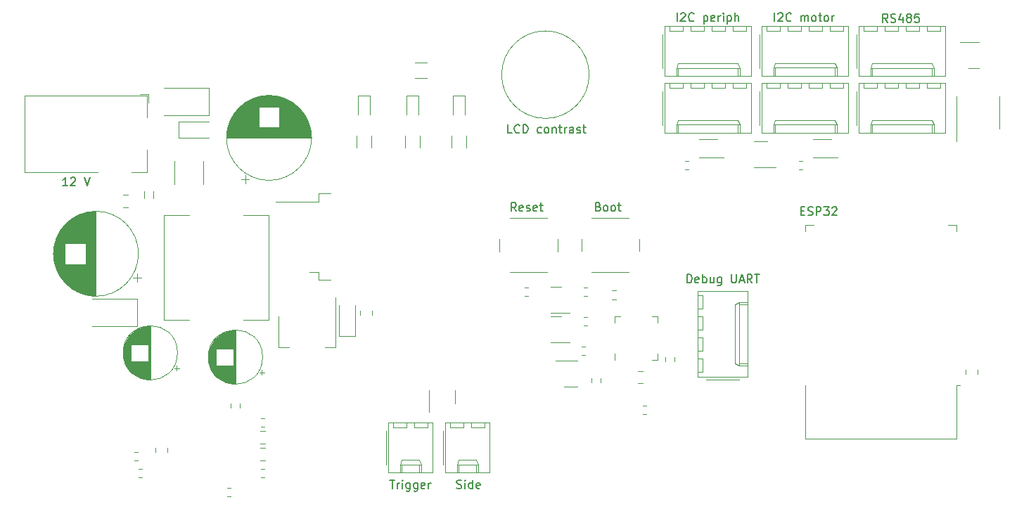
<source format=gbr>
%TF.GenerationSoftware,KiCad,Pcbnew,6.0.11+dfsg-1~bpo11+1*%
%TF.CreationDate,2023-07-11T21:35:55+02:00*%
%TF.ProjectId,main_board,6d61696e-5f62-46f6-9172-642e6b696361,rev?*%
%TF.SameCoordinates,PX3b1adc0PY158f0b0*%
%TF.FileFunction,Legend,Top*%
%TF.FilePolarity,Positive*%
%FSLAX46Y46*%
G04 Gerber Fmt 4.6, Leading zero omitted, Abs format (unit mm)*
G04 Created by KiCad (PCBNEW 6.0.11+dfsg-1~bpo11+1) date 2023-07-11 21:35:55*
%MOMM*%
%LPD*%
G01*
G04 APERTURE LIST*
%ADD10C,0.150000*%
%ADD11C,0.120000*%
G04 APERTURE END LIST*
D10*
X86122142Y-19486571D02*
X86455476Y-19486571D01*
X86598333Y-20010380D02*
X86122142Y-20010380D01*
X86122142Y-19010380D01*
X86598333Y-19010380D01*
X86979285Y-19962761D02*
X87122142Y-20010380D01*
X87360238Y-20010380D01*
X87455476Y-19962761D01*
X87503095Y-19915142D01*
X87550714Y-19819904D01*
X87550714Y-19724666D01*
X87503095Y-19629428D01*
X87455476Y-19581809D01*
X87360238Y-19534190D01*
X87169761Y-19486571D01*
X87074523Y-19438952D01*
X87026904Y-19391333D01*
X86979285Y-19296095D01*
X86979285Y-19200857D01*
X87026904Y-19105619D01*
X87074523Y-19058000D01*
X87169761Y-19010380D01*
X87407857Y-19010380D01*
X87550714Y-19058000D01*
X87979285Y-20010380D02*
X87979285Y-19010380D01*
X88360238Y-19010380D01*
X88455476Y-19058000D01*
X88503095Y-19105619D01*
X88550714Y-19200857D01*
X88550714Y-19343714D01*
X88503095Y-19438952D01*
X88455476Y-19486571D01*
X88360238Y-19534190D01*
X87979285Y-19534190D01*
X88884047Y-19010380D02*
X89503095Y-19010380D01*
X89169761Y-19391333D01*
X89312619Y-19391333D01*
X89407857Y-19438952D01*
X89455476Y-19486571D01*
X89503095Y-19581809D01*
X89503095Y-19819904D01*
X89455476Y-19915142D01*
X89407857Y-19962761D01*
X89312619Y-20010380D01*
X89026904Y-20010380D01*
X88931666Y-19962761D01*
X88884047Y-19915142D01*
X89884047Y-19105619D02*
X89931666Y-19058000D01*
X90026904Y-19010380D01*
X90265000Y-19010380D01*
X90360238Y-19058000D01*
X90407857Y-19105619D01*
X90455476Y-19200857D01*
X90455476Y-19296095D01*
X90407857Y-19438952D01*
X89836428Y-20010380D01*
X90455476Y-20010380D01*
X-2143000Y-16454380D02*
X-2714429Y-16454380D01*
X-2428715Y-16454380D02*
X-2428715Y-15454380D01*
X-2523953Y-15597238D01*
X-2619191Y-15692476D01*
X-2714429Y-15740095D01*
X-1762048Y-15549619D02*
X-1714429Y-15502000D01*
X-1619191Y-15454380D01*
X-1381096Y-15454380D01*
X-1285858Y-15502000D01*
X-1238239Y-15549619D01*
X-1190620Y-15644857D01*
X-1190620Y-15740095D01*
X-1238239Y-15882952D01*
X-1809667Y-16454380D01*
X-1190620Y-16454380D01*
X-143000Y-15454380D02*
X190333Y-16454380D01*
X523666Y-15454380D01*
X71239523Y3357620D02*
X71239523Y4357620D01*
X71668095Y4262381D02*
X71715714Y4310000D01*
X71810952Y4357620D01*
X72049047Y4357620D01*
X72144285Y4310000D01*
X72191904Y4262381D01*
X72239523Y4167143D01*
X72239523Y4071905D01*
X72191904Y3929048D01*
X71620476Y3357620D01*
X72239523Y3357620D01*
X73239523Y3452858D02*
X73191904Y3405239D01*
X73049047Y3357620D01*
X72953809Y3357620D01*
X72810952Y3405239D01*
X72715714Y3500477D01*
X72668095Y3595715D01*
X72620476Y3786191D01*
X72620476Y3929048D01*
X72668095Y4119524D01*
X72715714Y4214762D01*
X72810952Y4310000D01*
X72953809Y4357620D01*
X73049047Y4357620D01*
X73191904Y4310000D01*
X73239523Y4262381D01*
X74430000Y4024286D02*
X74430000Y3024286D01*
X74430000Y3976667D02*
X74525238Y4024286D01*
X74715714Y4024286D01*
X74810952Y3976667D01*
X74858571Y3929048D01*
X74906190Y3833810D01*
X74906190Y3548096D01*
X74858571Y3452858D01*
X74810952Y3405239D01*
X74715714Y3357620D01*
X74525238Y3357620D01*
X74430000Y3405239D01*
X75715714Y3405239D02*
X75620476Y3357620D01*
X75430000Y3357620D01*
X75334761Y3405239D01*
X75287142Y3500477D01*
X75287142Y3881429D01*
X75334761Y3976667D01*
X75430000Y4024286D01*
X75620476Y4024286D01*
X75715714Y3976667D01*
X75763333Y3881429D01*
X75763333Y3786191D01*
X75287142Y3690953D01*
X76191904Y3357620D02*
X76191904Y4024286D01*
X76191904Y3833810D02*
X76239523Y3929048D01*
X76287142Y3976667D01*
X76382380Y4024286D01*
X76477619Y4024286D01*
X76810952Y3357620D02*
X76810952Y4024286D01*
X76810952Y4357620D02*
X76763333Y4310000D01*
X76810952Y4262381D01*
X76858571Y4310000D01*
X76810952Y4357620D01*
X76810952Y4262381D01*
X77287142Y4024286D02*
X77287142Y3024286D01*
X77287142Y3976667D02*
X77382380Y4024286D01*
X77572857Y4024286D01*
X77668095Y3976667D01*
X77715714Y3929048D01*
X77763333Y3833810D01*
X77763333Y3548096D01*
X77715714Y3452858D01*
X77668095Y3405239D01*
X77572857Y3357620D01*
X77382380Y3357620D01*
X77287142Y3405239D01*
X78191904Y3357620D02*
X78191904Y4357620D01*
X78620476Y3357620D02*
X78620476Y3881429D01*
X78572857Y3976667D01*
X78477619Y4024286D01*
X78334761Y4024286D01*
X78239523Y3976667D01*
X78191904Y3929048D01*
X44696238Y-52855761D02*
X44839095Y-52903380D01*
X45077190Y-52903380D01*
X45172428Y-52855761D01*
X45220047Y-52808142D01*
X45267666Y-52712904D01*
X45267666Y-52617666D01*
X45220047Y-52522428D01*
X45172428Y-52474809D01*
X45077190Y-52427190D01*
X44886714Y-52379571D01*
X44791476Y-52331952D01*
X44743857Y-52284333D01*
X44696238Y-52189095D01*
X44696238Y-52093857D01*
X44743857Y-51998619D01*
X44791476Y-51951000D01*
X44886714Y-51903380D01*
X45124809Y-51903380D01*
X45267666Y-51951000D01*
X45696238Y-52903380D02*
X45696238Y-52236714D01*
X45696238Y-51903380D02*
X45648619Y-51951000D01*
X45696238Y-51998619D01*
X45743857Y-51951000D01*
X45696238Y-51903380D01*
X45696238Y-51998619D01*
X46601000Y-52903380D02*
X46601000Y-51903380D01*
X46601000Y-52855761D02*
X46505761Y-52903380D01*
X46315285Y-52903380D01*
X46220047Y-52855761D01*
X46172428Y-52808142D01*
X46124809Y-52712904D01*
X46124809Y-52427190D01*
X46172428Y-52331952D01*
X46220047Y-52284333D01*
X46315285Y-52236714D01*
X46505761Y-52236714D01*
X46601000Y-52284333D01*
X47458142Y-52855761D02*
X47362904Y-52903380D01*
X47172428Y-52903380D01*
X47077190Y-52855761D01*
X47029571Y-52760523D01*
X47029571Y-52379571D01*
X47077190Y-52284333D01*
X47172428Y-52236714D01*
X47362904Y-52236714D01*
X47458142Y-52284333D01*
X47505761Y-52379571D01*
X47505761Y-52474809D01*
X47029571Y-52570047D01*
X61745952Y-18978571D02*
X61888809Y-19026190D01*
X61936428Y-19073809D01*
X61984047Y-19169047D01*
X61984047Y-19311904D01*
X61936428Y-19407142D01*
X61888809Y-19454761D01*
X61793571Y-19502380D01*
X61412619Y-19502380D01*
X61412619Y-18502380D01*
X61745952Y-18502380D01*
X61841190Y-18550000D01*
X61888809Y-18597619D01*
X61936428Y-18692857D01*
X61936428Y-18788095D01*
X61888809Y-18883333D01*
X61841190Y-18930952D01*
X61745952Y-18978571D01*
X61412619Y-18978571D01*
X62555476Y-19502380D02*
X62460238Y-19454761D01*
X62412619Y-19407142D01*
X62365000Y-19311904D01*
X62365000Y-19026190D01*
X62412619Y-18930952D01*
X62460238Y-18883333D01*
X62555476Y-18835714D01*
X62698333Y-18835714D01*
X62793571Y-18883333D01*
X62841190Y-18930952D01*
X62888809Y-19026190D01*
X62888809Y-19311904D01*
X62841190Y-19407142D01*
X62793571Y-19454761D01*
X62698333Y-19502380D01*
X62555476Y-19502380D01*
X63460238Y-19502380D02*
X63365000Y-19454761D01*
X63317380Y-19407142D01*
X63269761Y-19311904D01*
X63269761Y-19026190D01*
X63317380Y-18930952D01*
X63365000Y-18883333D01*
X63460238Y-18835714D01*
X63603095Y-18835714D01*
X63698333Y-18883333D01*
X63745952Y-18930952D01*
X63793571Y-19026190D01*
X63793571Y-19311904D01*
X63745952Y-19407142D01*
X63698333Y-19454761D01*
X63603095Y-19502380D01*
X63460238Y-19502380D01*
X64079285Y-18835714D02*
X64460238Y-18835714D01*
X64222142Y-18502380D02*
X64222142Y-19359523D01*
X64269761Y-19454761D01*
X64365000Y-19502380D01*
X64460238Y-19502380D01*
X51356142Y-10104380D02*
X50879952Y-10104380D01*
X50879952Y-9104380D01*
X52260904Y-10009142D02*
X52213285Y-10056761D01*
X52070428Y-10104380D01*
X51975190Y-10104380D01*
X51832333Y-10056761D01*
X51737095Y-9961523D01*
X51689476Y-9866285D01*
X51641857Y-9675809D01*
X51641857Y-9532952D01*
X51689476Y-9342476D01*
X51737095Y-9247238D01*
X51832333Y-9152000D01*
X51975190Y-9104380D01*
X52070428Y-9104380D01*
X52213285Y-9152000D01*
X52260904Y-9199619D01*
X52689476Y-10104380D02*
X52689476Y-9104380D01*
X52927571Y-9104380D01*
X53070428Y-9152000D01*
X53165666Y-9247238D01*
X53213285Y-9342476D01*
X53260904Y-9532952D01*
X53260904Y-9675809D01*
X53213285Y-9866285D01*
X53165666Y-9961523D01*
X53070428Y-10056761D01*
X52927571Y-10104380D01*
X52689476Y-10104380D01*
X54879952Y-10056761D02*
X54784714Y-10104380D01*
X54594238Y-10104380D01*
X54499000Y-10056761D01*
X54451380Y-10009142D01*
X54403761Y-9913904D01*
X54403761Y-9628190D01*
X54451380Y-9532952D01*
X54499000Y-9485333D01*
X54594238Y-9437714D01*
X54784714Y-9437714D01*
X54879952Y-9485333D01*
X55451380Y-10104380D02*
X55356142Y-10056761D01*
X55308523Y-10009142D01*
X55260904Y-9913904D01*
X55260904Y-9628190D01*
X55308523Y-9532952D01*
X55356142Y-9485333D01*
X55451380Y-9437714D01*
X55594238Y-9437714D01*
X55689476Y-9485333D01*
X55737095Y-9532952D01*
X55784714Y-9628190D01*
X55784714Y-9913904D01*
X55737095Y-10009142D01*
X55689476Y-10056761D01*
X55594238Y-10104380D01*
X55451380Y-10104380D01*
X56213285Y-9437714D02*
X56213285Y-10104380D01*
X56213285Y-9532952D02*
X56260904Y-9485333D01*
X56356142Y-9437714D01*
X56499000Y-9437714D01*
X56594238Y-9485333D01*
X56641857Y-9580571D01*
X56641857Y-10104380D01*
X56975190Y-9437714D02*
X57356142Y-9437714D01*
X57118047Y-9104380D02*
X57118047Y-9961523D01*
X57165666Y-10056761D01*
X57260904Y-10104380D01*
X57356142Y-10104380D01*
X57689476Y-10104380D02*
X57689476Y-9437714D01*
X57689476Y-9628190D02*
X57737095Y-9532952D01*
X57784714Y-9485333D01*
X57879952Y-9437714D01*
X57975190Y-9437714D01*
X58737095Y-10104380D02*
X58737095Y-9580571D01*
X58689476Y-9485333D01*
X58594238Y-9437714D01*
X58403761Y-9437714D01*
X58308523Y-9485333D01*
X58737095Y-10056761D02*
X58641857Y-10104380D01*
X58403761Y-10104380D01*
X58308523Y-10056761D01*
X58260904Y-9961523D01*
X58260904Y-9866285D01*
X58308523Y-9771047D01*
X58403761Y-9723428D01*
X58641857Y-9723428D01*
X58737095Y-9675809D01*
X59165666Y-10056761D02*
X59260904Y-10104380D01*
X59451380Y-10104380D01*
X59546619Y-10056761D01*
X59594238Y-9961523D01*
X59594238Y-9913904D01*
X59546619Y-9818666D01*
X59451380Y-9771047D01*
X59308523Y-9771047D01*
X59213285Y-9723428D01*
X59165666Y-9628190D01*
X59165666Y-9580571D01*
X59213285Y-9485333D01*
X59308523Y-9437714D01*
X59451380Y-9437714D01*
X59546619Y-9485333D01*
X59879952Y-9437714D02*
X60260904Y-9437714D01*
X60022809Y-9104380D02*
X60022809Y-9961523D01*
X60070428Y-10056761D01*
X60165666Y-10104380D01*
X60260904Y-10104380D01*
X72446095Y-28138380D02*
X72446095Y-27138380D01*
X72684190Y-27138380D01*
X72827047Y-27186000D01*
X72922285Y-27281238D01*
X72969904Y-27376476D01*
X73017523Y-27566952D01*
X73017523Y-27709809D01*
X72969904Y-27900285D01*
X72922285Y-27995523D01*
X72827047Y-28090761D01*
X72684190Y-28138380D01*
X72446095Y-28138380D01*
X73827047Y-28090761D02*
X73731809Y-28138380D01*
X73541333Y-28138380D01*
X73446095Y-28090761D01*
X73398476Y-27995523D01*
X73398476Y-27614571D01*
X73446095Y-27519333D01*
X73541333Y-27471714D01*
X73731809Y-27471714D01*
X73827047Y-27519333D01*
X73874666Y-27614571D01*
X73874666Y-27709809D01*
X73398476Y-27805047D01*
X74303238Y-28138380D02*
X74303238Y-27138380D01*
X74303238Y-27519333D02*
X74398476Y-27471714D01*
X74588952Y-27471714D01*
X74684190Y-27519333D01*
X74731809Y-27566952D01*
X74779428Y-27662190D01*
X74779428Y-27947904D01*
X74731809Y-28043142D01*
X74684190Y-28090761D01*
X74588952Y-28138380D01*
X74398476Y-28138380D01*
X74303238Y-28090761D01*
X75636571Y-27471714D02*
X75636571Y-28138380D01*
X75208000Y-27471714D02*
X75208000Y-27995523D01*
X75255619Y-28090761D01*
X75350857Y-28138380D01*
X75493714Y-28138380D01*
X75588952Y-28090761D01*
X75636571Y-28043142D01*
X76541333Y-27471714D02*
X76541333Y-28281238D01*
X76493714Y-28376476D01*
X76446095Y-28424095D01*
X76350857Y-28471714D01*
X76208000Y-28471714D01*
X76112761Y-28424095D01*
X76541333Y-28090761D02*
X76446095Y-28138380D01*
X76255619Y-28138380D01*
X76160380Y-28090761D01*
X76112761Y-28043142D01*
X76065142Y-27947904D01*
X76065142Y-27662190D01*
X76112761Y-27566952D01*
X76160380Y-27519333D01*
X76255619Y-27471714D01*
X76446095Y-27471714D01*
X76541333Y-27519333D01*
X77779428Y-27138380D02*
X77779428Y-27947904D01*
X77827047Y-28043142D01*
X77874666Y-28090761D01*
X77969904Y-28138380D01*
X78160380Y-28138380D01*
X78255619Y-28090761D01*
X78303238Y-28043142D01*
X78350857Y-27947904D01*
X78350857Y-27138380D01*
X78779428Y-27852666D02*
X79255619Y-27852666D01*
X78684190Y-28138380D02*
X79017523Y-27138380D01*
X79350857Y-28138380D01*
X80255619Y-28138380D02*
X79922285Y-27662190D01*
X79684190Y-28138380D02*
X79684190Y-27138380D01*
X80065142Y-27138380D01*
X80160380Y-27186000D01*
X80208000Y-27233619D01*
X80255619Y-27328857D01*
X80255619Y-27471714D01*
X80208000Y-27566952D01*
X80160380Y-27614571D01*
X80065142Y-27662190D01*
X79684190Y-27662190D01*
X80541333Y-27138380D02*
X81112761Y-27138380D01*
X80827047Y-28138380D02*
X80827047Y-27138380D01*
X82963190Y3357620D02*
X82963190Y4357620D01*
X83391761Y4262381D02*
X83439380Y4310000D01*
X83534619Y4357620D01*
X83772714Y4357620D01*
X83867952Y4310000D01*
X83915571Y4262381D01*
X83963190Y4167143D01*
X83963190Y4071905D01*
X83915571Y3929048D01*
X83344142Y3357620D01*
X83963190Y3357620D01*
X84963190Y3452858D02*
X84915571Y3405239D01*
X84772714Y3357620D01*
X84677476Y3357620D01*
X84534619Y3405239D01*
X84439380Y3500477D01*
X84391761Y3595715D01*
X84344142Y3786191D01*
X84344142Y3929048D01*
X84391761Y4119524D01*
X84439380Y4214762D01*
X84534619Y4310000D01*
X84677476Y4357620D01*
X84772714Y4357620D01*
X84915571Y4310000D01*
X84963190Y4262381D01*
X86153666Y3357620D02*
X86153666Y4024286D01*
X86153666Y3929048D02*
X86201285Y3976667D01*
X86296523Y4024286D01*
X86439380Y4024286D01*
X86534619Y3976667D01*
X86582238Y3881429D01*
X86582238Y3357620D01*
X86582238Y3881429D02*
X86629857Y3976667D01*
X86725095Y4024286D01*
X86867952Y4024286D01*
X86963190Y3976667D01*
X87010809Y3881429D01*
X87010809Y3357620D01*
X87629857Y3357620D02*
X87534619Y3405239D01*
X87487000Y3452858D01*
X87439380Y3548096D01*
X87439380Y3833810D01*
X87487000Y3929048D01*
X87534619Y3976667D01*
X87629857Y4024286D01*
X87772714Y4024286D01*
X87867952Y3976667D01*
X87915571Y3929048D01*
X87963190Y3833810D01*
X87963190Y3548096D01*
X87915571Y3452858D01*
X87867952Y3405239D01*
X87772714Y3357620D01*
X87629857Y3357620D01*
X88248904Y4024286D02*
X88629857Y4024286D01*
X88391761Y4357620D02*
X88391761Y3500477D01*
X88439380Y3405239D01*
X88534619Y3357620D01*
X88629857Y3357620D01*
X89106047Y3357620D02*
X89010809Y3405239D01*
X88963190Y3452858D01*
X88915571Y3548096D01*
X88915571Y3833810D01*
X88963190Y3929048D01*
X89010809Y3976667D01*
X89106047Y4024286D01*
X89248904Y4024286D01*
X89344142Y3976667D01*
X89391761Y3929048D01*
X89439380Y3833810D01*
X89439380Y3548096D01*
X89391761Y3452858D01*
X89344142Y3405239D01*
X89248904Y3357620D01*
X89106047Y3357620D01*
X89867952Y3357620D02*
X89867952Y4024286D01*
X89867952Y3833810D02*
X89915571Y3929048D01*
X89963190Y3976667D01*
X90058428Y4024286D01*
X90153666Y4024286D01*
X36639809Y-51903380D02*
X37211238Y-51903380D01*
X36925523Y-52903380D02*
X36925523Y-51903380D01*
X37544571Y-52903380D02*
X37544571Y-52236714D01*
X37544571Y-52427190D02*
X37592190Y-52331952D01*
X37639809Y-52284333D01*
X37735047Y-52236714D01*
X37830285Y-52236714D01*
X38163619Y-52903380D02*
X38163619Y-52236714D01*
X38163619Y-51903380D02*
X38116000Y-51951000D01*
X38163619Y-51998619D01*
X38211238Y-51951000D01*
X38163619Y-51903380D01*
X38163619Y-51998619D01*
X39068380Y-52236714D02*
X39068380Y-53046238D01*
X39020761Y-53141476D01*
X38973142Y-53189095D01*
X38877904Y-53236714D01*
X38735047Y-53236714D01*
X38639809Y-53189095D01*
X39068380Y-52855761D02*
X38973142Y-52903380D01*
X38782666Y-52903380D01*
X38687428Y-52855761D01*
X38639809Y-52808142D01*
X38592190Y-52712904D01*
X38592190Y-52427190D01*
X38639809Y-52331952D01*
X38687428Y-52284333D01*
X38782666Y-52236714D01*
X38973142Y-52236714D01*
X39068380Y-52284333D01*
X39973142Y-52236714D02*
X39973142Y-53046238D01*
X39925523Y-53141476D01*
X39877904Y-53189095D01*
X39782666Y-53236714D01*
X39639809Y-53236714D01*
X39544571Y-53189095D01*
X39973142Y-52855761D02*
X39877904Y-52903380D01*
X39687428Y-52903380D01*
X39592190Y-52855761D01*
X39544571Y-52808142D01*
X39496952Y-52712904D01*
X39496952Y-52427190D01*
X39544571Y-52331952D01*
X39592190Y-52284333D01*
X39687428Y-52236714D01*
X39877904Y-52236714D01*
X39973142Y-52284333D01*
X40830285Y-52855761D02*
X40735047Y-52903380D01*
X40544571Y-52903380D01*
X40449333Y-52855761D01*
X40401714Y-52760523D01*
X40401714Y-52379571D01*
X40449333Y-52284333D01*
X40544571Y-52236714D01*
X40735047Y-52236714D01*
X40830285Y-52284333D01*
X40877904Y-52379571D01*
X40877904Y-52474809D01*
X40401714Y-52570047D01*
X41306476Y-52903380D02*
X41306476Y-52236714D01*
X41306476Y-52427190D02*
X41354095Y-52331952D01*
X41401714Y-52284333D01*
X41496952Y-52236714D01*
X41592190Y-52236714D01*
X96575761Y3230620D02*
X96242428Y3706810D01*
X96004333Y3230620D02*
X96004333Y4230620D01*
X96385285Y4230620D01*
X96480523Y4183000D01*
X96528142Y4135381D01*
X96575761Y4040143D01*
X96575761Y3897286D01*
X96528142Y3802048D01*
X96480523Y3754429D01*
X96385285Y3706810D01*
X96004333Y3706810D01*
X96956714Y3278239D02*
X97099571Y3230620D01*
X97337666Y3230620D01*
X97432904Y3278239D01*
X97480523Y3325858D01*
X97528142Y3421096D01*
X97528142Y3516334D01*
X97480523Y3611572D01*
X97432904Y3659191D01*
X97337666Y3706810D01*
X97147190Y3754429D01*
X97051952Y3802048D01*
X97004333Y3849667D01*
X96956714Y3944905D01*
X96956714Y4040143D01*
X97004333Y4135381D01*
X97051952Y4183000D01*
X97147190Y4230620D01*
X97385285Y4230620D01*
X97528142Y4183000D01*
X98385285Y3897286D02*
X98385285Y3230620D01*
X98147190Y4278239D02*
X97909095Y3563953D01*
X98528142Y3563953D01*
X99051952Y3802048D02*
X98956714Y3849667D01*
X98909095Y3897286D01*
X98861476Y3992524D01*
X98861476Y4040143D01*
X98909095Y4135381D01*
X98956714Y4183000D01*
X99051952Y4230620D01*
X99242428Y4230620D01*
X99337666Y4183000D01*
X99385285Y4135381D01*
X99432904Y4040143D01*
X99432904Y3992524D01*
X99385285Y3897286D01*
X99337666Y3849667D01*
X99242428Y3802048D01*
X99051952Y3802048D01*
X98956714Y3754429D01*
X98909095Y3706810D01*
X98861476Y3611572D01*
X98861476Y3421096D01*
X98909095Y3325858D01*
X98956714Y3278239D01*
X99051952Y3230620D01*
X99242428Y3230620D01*
X99337666Y3278239D01*
X99385285Y3325858D01*
X99432904Y3421096D01*
X99432904Y3611572D01*
X99385285Y3706810D01*
X99337666Y3754429D01*
X99242428Y3802048D01*
X100337666Y4230620D02*
X99861476Y4230620D01*
X99813857Y3754429D01*
X99861476Y3802048D01*
X99956714Y3849667D01*
X100194809Y3849667D01*
X100290047Y3802048D01*
X100337666Y3754429D01*
X100385285Y3659191D01*
X100385285Y3421096D01*
X100337666Y3325858D01*
X100290047Y3278239D01*
X100194809Y3230620D01*
X99956714Y3230620D01*
X99861476Y3278239D01*
X99813857Y3325858D01*
X51847904Y-19502380D02*
X51514571Y-19026190D01*
X51276476Y-19502380D02*
X51276476Y-18502380D01*
X51657428Y-18502380D01*
X51752666Y-18550000D01*
X51800285Y-18597619D01*
X51847904Y-18692857D01*
X51847904Y-18835714D01*
X51800285Y-18930952D01*
X51752666Y-18978571D01*
X51657428Y-19026190D01*
X51276476Y-19026190D01*
X52657428Y-19454761D02*
X52562190Y-19502380D01*
X52371714Y-19502380D01*
X52276476Y-19454761D01*
X52228857Y-19359523D01*
X52228857Y-18978571D01*
X52276476Y-18883333D01*
X52371714Y-18835714D01*
X52562190Y-18835714D01*
X52657428Y-18883333D01*
X52705047Y-18978571D01*
X52705047Y-19073809D01*
X52228857Y-19169047D01*
X53086000Y-19454761D02*
X53181238Y-19502380D01*
X53371714Y-19502380D01*
X53466952Y-19454761D01*
X53514571Y-19359523D01*
X53514571Y-19311904D01*
X53466952Y-19216666D01*
X53371714Y-19169047D01*
X53228857Y-19169047D01*
X53133619Y-19121428D01*
X53086000Y-19026190D01*
X53086000Y-18978571D01*
X53133619Y-18883333D01*
X53228857Y-18835714D01*
X53371714Y-18835714D01*
X53466952Y-18883333D01*
X54324095Y-19454761D02*
X54228857Y-19502380D01*
X54038380Y-19502380D01*
X53943142Y-19454761D01*
X53895523Y-19359523D01*
X53895523Y-18978571D01*
X53943142Y-18883333D01*
X54038380Y-18835714D01*
X54228857Y-18835714D01*
X54324095Y-18883333D01*
X54371714Y-18978571D01*
X54371714Y-19073809D01*
X53895523Y-19169047D01*
X54657428Y-18835714D02*
X55038380Y-18835714D01*
X54800285Y-18502380D02*
X54800285Y-19359523D01*
X54847904Y-19454761D01*
X54943142Y-19502380D01*
X55038380Y-19502380D01*
D11*
%TO.C,R1*%
X41113064Y-1630000D02*
X39658936Y-1630000D01*
X41113064Y-3450000D02*
X39658936Y-3450000D01*
%TO.C,D203*%
X6194000Y-30100000D02*
X794000Y-30100000D01*
X6194000Y-33400000D02*
X794000Y-33400000D01*
X6194000Y-33400000D02*
X6194000Y-30100000D01*
%TO.C,J3*%
X38646000Y-45596000D02*
X38646000Y-44996000D01*
X41186000Y-45596000D02*
X41186000Y-44996000D01*
X38096000Y-49486000D02*
X40136000Y-49486000D01*
X37846000Y-51016000D02*
X37846000Y-50016000D01*
X40136000Y-49486000D02*
X40386000Y-50016000D01*
X37046000Y-45596000D02*
X38646000Y-45596000D01*
X36176000Y-46026000D02*
X36176000Y-50026000D01*
X39586000Y-45596000D02*
X41186000Y-45596000D01*
X41766000Y-51016000D02*
X41766000Y-44996000D01*
X37846000Y-50016000D02*
X38096000Y-49486000D01*
X40386000Y-50016000D02*
X40386000Y-51016000D01*
X39586000Y-44996000D02*
X39586000Y-45596000D01*
X36466000Y-51016000D02*
X41766000Y-51016000D01*
X40136000Y-51016000D02*
X40136000Y-50016000D01*
X37846000Y-50016000D02*
X40386000Y-50016000D01*
X36466000Y-44996000D02*
X36466000Y-51016000D01*
X37046000Y-44996000D02*
X37046000Y-45596000D01*
X41766000Y-44996000D02*
X36466000Y-44996000D01*
X38096000Y-51016000D02*
X38096000Y-50016000D01*
%TO.C,J7*%
X75400000Y-4682000D02*
X77000000Y-4682000D01*
X77000000Y-4682000D02*
X77000000Y-4082000D01*
X69740000Y-10102000D02*
X80120000Y-10102000D01*
X69740000Y-4082000D02*
X69740000Y-10102000D01*
X77940000Y-4082000D02*
X77940000Y-4682000D01*
X70320000Y-4082000D02*
X70320000Y-4682000D01*
X80120000Y-10102000D02*
X80120000Y-4082000D01*
X80120000Y-4082000D02*
X69740000Y-4082000D01*
X71920000Y-4682000D02*
X71920000Y-4082000D01*
X78490000Y-8572000D02*
X78740000Y-9102000D01*
X79540000Y-4682000D02*
X79540000Y-4082000D01*
X78490000Y-10102000D02*
X78490000Y-9102000D01*
X69450000Y-5112000D02*
X69450000Y-9112000D01*
X72860000Y-4682000D02*
X74460000Y-4682000D01*
X70320000Y-4682000D02*
X71920000Y-4682000D01*
X77940000Y-4682000D02*
X79540000Y-4682000D01*
X74460000Y-4682000D02*
X74460000Y-4082000D01*
X71120000Y-10102000D02*
X71120000Y-9102000D01*
X71370000Y-10102000D02*
X71370000Y-9102000D01*
X71370000Y-8572000D02*
X78490000Y-8572000D01*
X71120000Y-9102000D02*
X71370000Y-8572000D01*
X78740000Y-9102000D02*
X78740000Y-10102000D01*
X71120000Y-9102000D02*
X78740000Y-9102000D01*
X72860000Y-4082000D02*
X72860000Y-4682000D01*
X75400000Y-4082000D02*
X75400000Y-4682000D01*
%TO.C,C202*%
X-1821646Y-28688000D02*
X-1821646Y-25879000D01*
X-1861646Y-23397000D02*
X-1861646Y-20618000D01*
X-3661646Y-26016000D02*
X-3661646Y-23260000D01*
X-1541646Y-28885000D02*
X-1541646Y-25879000D01*
X-2541646Y-28030000D02*
X-2541646Y-21246000D01*
X-2141646Y-23397000D02*
X-2141646Y-20849000D01*
X-1781646Y-28718000D02*
X-1781646Y-25879000D01*
X-981646Y-23397000D02*
X-981646Y-20074000D01*
X-2981646Y-27468000D02*
X-2981646Y-21808000D01*
X-741646Y-23397000D02*
X-741646Y-19964000D01*
X-2421646Y-23397000D02*
X-2421646Y-21118000D01*
X-1061646Y-29163000D02*
X-1061646Y-25879000D01*
X-1901646Y-28627000D02*
X-1901646Y-25879000D01*
X-1701646Y-28776000D02*
X-1701646Y-25879000D01*
X-141646Y-29523000D02*
X-141646Y-25879000D01*
X-1621646Y-28832000D02*
X-1621646Y-25879000D01*
X-221646Y-23397000D02*
X-221646Y-19776000D01*
X-2821646Y-27692000D02*
X-2821646Y-21584000D01*
X-741646Y-29312000D02*
X-741646Y-25879000D01*
X-701646Y-23397000D02*
X-701646Y-19948000D01*
X-781646Y-23397000D02*
X-781646Y-19981000D01*
X-1661646Y-23397000D02*
X-1661646Y-20472000D01*
X-2381646Y-23397000D02*
X-2381646Y-21077000D01*
X-3381646Y-26763000D02*
X-3381646Y-22513000D01*
X-3101646Y-27283000D02*
X-3101646Y-21993000D01*
X458354Y-29656000D02*
X458354Y-19620000D01*
X779354Y-29696000D02*
X779354Y-19580000D01*
X-61646Y-23397000D02*
X-61646Y-19731000D01*
X-781646Y-29295000D02*
X-781646Y-25879000D01*
X298354Y-29628000D02*
X298354Y-19648000D01*
X-1101646Y-29142000D02*
X-1101646Y-25879000D01*
X-3741646Y-25700000D02*
X-3741646Y-23576000D01*
X-1061646Y-23397000D02*
X-1061646Y-20113000D01*
X-3461646Y-26582000D02*
X-3461646Y-22694000D01*
X-1501646Y-23397000D02*
X-1501646Y-20365000D01*
X-701646Y-29328000D02*
X-701646Y-25879000D01*
X-381646Y-23397000D02*
X-381646Y-19827000D01*
X939354Y-29708000D02*
X939354Y-19568000D01*
X-3501646Y-26484000D02*
X-3501646Y-22792000D01*
X-1981646Y-28563000D02*
X-1981646Y-25879000D01*
X-301646Y-29475000D02*
X-301646Y-25879000D01*
X1059354Y-29715000D02*
X1059354Y-19561000D01*
X-2461646Y-23397000D02*
X-2461646Y-21160000D01*
X-821646Y-29277000D02*
X-821646Y-25879000D01*
X659354Y-29683000D02*
X659354Y-19593000D01*
X-2621646Y-27939000D02*
X-2621646Y-21337000D01*
X-1021646Y-23397000D02*
X-1021646Y-20093000D01*
X-581646Y-23397000D02*
X-581646Y-19900000D01*
X58354Y-29576000D02*
X58354Y-19700000D01*
X-2301646Y-28278000D02*
X-2301646Y-25879000D01*
X-3021646Y-27408000D02*
X-3021646Y-21868000D01*
X-861646Y-29259000D02*
X-861646Y-25879000D01*
X-1261646Y-23397000D02*
X-1261646Y-20221000D01*
X-461646Y-23397000D02*
X-461646Y-19855000D01*
X-2221646Y-28354000D02*
X-2221646Y-25879000D01*
X-501646Y-29406000D02*
X-501646Y-25879000D01*
X-3581646Y-26268000D02*
X-3581646Y-23008000D01*
X-1341646Y-23397000D02*
X-1341646Y-20267000D01*
X-2021646Y-28530000D02*
X-2021646Y-25879000D01*
X-3421646Y-26675000D02*
X-3421646Y-22601000D01*
X-2061646Y-28496000D02*
X-2061646Y-25879000D01*
X-341646Y-23397000D02*
X-341646Y-19814000D01*
X619354Y-29678000D02*
X619354Y-19598000D01*
X-3261646Y-27003000D02*
X-3261646Y-22273000D01*
X-141646Y-23397000D02*
X-141646Y-19753000D01*
X-3701646Y-25868000D02*
X-3701646Y-23408000D01*
X-2461646Y-28116000D02*
X-2461646Y-25879000D01*
X-1141646Y-29121000D02*
X-1141646Y-25879000D01*
X-901646Y-29241000D02*
X-901646Y-25879000D01*
X-1981646Y-23397000D02*
X-1981646Y-20713000D01*
X-3541646Y-26380000D02*
X-3541646Y-22896000D01*
X-3221646Y-27077000D02*
X-3221646Y-22199000D01*
X-1461646Y-28936000D02*
X-1461646Y-25879000D01*
X-2181646Y-28391000D02*
X-2181646Y-25879000D01*
X-2261646Y-23397000D02*
X-2261646Y-20959000D01*
X-821646Y-23397000D02*
X-821646Y-19999000D01*
X-1901646Y-23397000D02*
X-1901646Y-20649000D01*
X-2581646Y-27985000D02*
X-2581646Y-21291000D01*
X-861646Y-23397000D02*
X-861646Y-20017000D01*
X1099354Y-29716000D02*
X1099354Y-19560000D01*
X1179354Y-29718000D02*
X1179354Y-19558000D01*
X-301646Y-23397000D02*
X-301646Y-19801000D01*
X6239000Y-28013000D02*
X6239000Y-27013000D01*
X1259354Y-29718000D02*
X1259354Y-19558000D01*
X-941646Y-23397000D02*
X-941646Y-20054000D01*
X1219354Y-29718000D02*
X1219354Y-19558000D01*
X-1821646Y-23397000D02*
X-1821646Y-20588000D01*
X-3301646Y-26927000D02*
X-3301646Y-22349000D01*
X-1181646Y-23397000D02*
X-1181646Y-20176000D01*
X-61646Y-29545000D02*
X-61646Y-25879000D01*
X-661646Y-29345000D02*
X-661646Y-25879000D01*
X98354Y-29585000D02*
X98354Y-19691000D01*
X-261646Y-23397000D02*
X-261646Y-19788000D01*
X-1181646Y-29100000D02*
X-1181646Y-25879000D01*
X-1541646Y-23397000D02*
X-1541646Y-20391000D01*
X-2021646Y-23397000D02*
X-2021646Y-20746000D01*
X-1741646Y-23397000D02*
X-1741646Y-20528000D01*
X-2101646Y-23397000D02*
X-2101646Y-20814000D01*
X579354Y-29673000D02*
X579354Y-19603000D01*
X-1581646Y-23397000D02*
X-1581646Y-20417000D01*
X-1581646Y-28859000D02*
X-1581646Y-25879000D01*
X-3341646Y-26847000D02*
X-3341646Y-22429000D01*
X-421646Y-29435000D02*
X-421646Y-25879000D01*
X-2341646Y-23397000D02*
X-2341646Y-21037000D01*
X498354Y-29662000D02*
X498354Y-19614000D01*
X-2661646Y-27892000D02*
X-2661646Y-21384000D01*
X-1381646Y-23397000D02*
X-1381646Y-20291000D01*
X-2341646Y-28239000D02*
X-2341646Y-25879000D01*
X-2901646Y-27583000D02*
X-2901646Y-21693000D01*
X-501646Y-23397000D02*
X-501646Y-19870000D01*
X-2741646Y-27794000D02*
X-2741646Y-21482000D01*
X-1701646Y-23397000D02*
X-1701646Y-20500000D01*
X-2501646Y-28074000D02*
X-2501646Y-21202000D01*
X-2061646Y-23397000D02*
X-2061646Y-20780000D01*
X-221646Y-29500000D02*
X-221646Y-25879000D01*
X-461646Y-29421000D02*
X-461646Y-25879000D01*
X819354Y-29700000D02*
X819354Y-19576000D01*
X1139354Y-29717000D02*
X1139354Y-19559000D01*
X-621646Y-23397000D02*
X-621646Y-19915000D01*
X-3061646Y-27347000D02*
X-3061646Y-21929000D01*
X-1781646Y-23397000D02*
X-1781646Y-20558000D01*
X-661646Y-23397000D02*
X-661646Y-19931000D01*
X-261646Y-29488000D02*
X-261646Y-25879000D01*
X418354Y-29649000D02*
X418354Y-19627000D01*
X-3621646Y-26148000D02*
X-3621646Y-23128000D01*
X-541646Y-29392000D02*
X-541646Y-25879000D01*
X-1941646Y-23397000D02*
X-1941646Y-20681000D01*
X-621646Y-29361000D02*
X-621646Y-25879000D01*
X538354Y-29668000D02*
X538354Y-19608000D01*
X-3181646Y-27148000D02*
X-3181646Y-22128000D01*
X-421646Y-23397000D02*
X-421646Y-19841000D01*
X-3821646Y-25237000D02*
X-3821646Y-24039000D01*
X899354Y-29706000D02*
X899354Y-19570000D01*
X-1141646Y-23397000D02*
X-1141646Y-20155000D01*
X-181646Y-29512000D02*
X-181646Y-25879000D01*
X-1261646Y-29055000D02*
X-1261646Y-25879000D01*
X6739000Y-27513000D02*
X5739000Y-27513000D01*
X-2861646Y-27638000D02*
X-2861646Y-21638000D01*
X-1941646Y-28595000D02*
X-1941646Y-25879000D01*
X138354Y-29594000D02*
X138354Y-19682000D01*
X979354Y-29711000D02*
X979354Y-19565000D01*
X-1621646Y-23397000D02*
X-1621646Y-20444000D01*
X-1421646Y-28961000D02*
X-1421646Y-25879000D01*
X-381646Y-29449000D02*
X-381646Y-25879000D01*
X-1301646Y-29033000D02*
X-1301646Y-25879000D01*
X-2141646Y-28427000D02*
X-2141646Y-25879000D01*
X-1221646Y-23397000D02*
X-1221646Y-20198000D01*
X-1741646Y-28748000D02*
X-1741646Y-25879000D01*
X-2421646Y-28158000D02*
X-2421646Y-25879000D01*
X218354Y-29612000D02*
X218354Y-19664000D01*
X699354Y-29688000D02*
X699354Y-19588000D01*
X-2221646Y-23397000D02*
X-2221646Y-20922000D01*
X-2261646Y-28317000D02*
X-2261646Y-25879000D01*
X-2941646Y-27527000D02*
X-2941646Y-21749000D01*
X-181646Y-23397000D02*
X-181646Y-19764000D01*
X-101646Y-29535000D02*
X-101646Y-25879000D01*
X-941646Y-29222000D02*
X-941646Y-25879000D01*
X-1021646Y-29183000D02*
X-1021646Y-25879000D01*
X-3781646Y-25500000D02*
X-3781646Y-23776000D01*
X-2101646Y-28462000D02*
X-2101646Y-25879000D01*
X-541646Y-23397000D02*
X-541646Y-19884000D01*
X-901646Y-23397000D02*
X-901646Y-20035000D01*
X-1341646Y-29009000D02*
X-1341646Y-25879000D01*
X-2701646Y-27844000D02*
X-2701646Y-21432000D01*
X-981646Y-29202000D02*
X-981646Y-25879000D01*
X-2781646Y-27744000D02*
X-2781646Y-21532000D01*
X378354Y-29642000D02*
X378354Y-19634000D01*
X1019354Y-29713000D02*
X1019354Y-19563000D01*
X-1501646Y-28911000D02*
X-1501646Y-25879000D01*
X-21646Y-29556000D02*
X-21646Y-25879000D01*
X-1381646Y-28985000D02*
X-1381646Y-25879000D01*
X178354Y-29603000D02*
X178354Y-19673000D01*
X258354Y-29620000D02*
X258354Y-19656000D01*
X-1101646Y-23397000D02*
X-1101646Y-20134000D01*
X-2181646Y-23397000D02*
X-2181646Y-20885000D01*
X-341646Y-29462000D02*
X-341646Y-25879000D01*
X-1221646Y-29078000D02*
X-1221646Y-25879000D01*
X739354Y-29692000D02*
X739354Y-19584000D01*
X-581646Y-29376000D02*
X-581646Y-25879000D01*
X-2381646Y-28199000D02*
X-2381646Y-25879000D01*
X-101646Y-23397000D02*
X-101646Y-19741000D01*
X338354Y-29635000D02*
X338354Y-19641000D01*
X-1301646Y-23397000D02*
X-1301646Y-20243000D01*
X-1661646Y-28804000D02*
X-1661646Y-25879000D01*
X-2301646Y-23397000D02*
X-2301646Y-20998000D01*
X18354Y-29566000D02*
X18354Y-19710000D01*
X859354Y-29703000D02*
X859354Y-19573000D01*
X-1421646Y-23397000D02*
X-1421646Y-20315000D01*
X-21646Y-23397000D02*
X-21646Y-19720000D01*
X-1861646Y-28658000D02*
X-1861646Y-25879000D01*
X-3141646Y-27217000D02*
X-3141646Y-22059000D01*
X-1461646Y-23397000D02*
X-1461646Y-20340000D01*
X6379354Y-24638000D02*
G75*
G03*
X6379354Y-24638000I-5120000J0D01*
G01*
%TO.C,C203*%
X5087252Y-19023000D02*
X4564748Y-19023000D01*
X5087252Y-17553000D02*
X4564748Y-17553000D01*
%TO.C,R9*%
X21573258Y-44435500D02*
X21098742Y-44435500D01*
X21573258Y-45480500D02*
X21098742Y-45480500D01*
%TO.C,J1*%
X6558000Y-5418500D02*
X7608000Y-5418500D01*
X7408000Y-5618500D02*
X7408000Y-8218500D01*
X1508000Y-14818500D02*
X-7292000Y-14818500D01*
X7608000Y-6468500D02*
X7608000Y-5418500D01*
X-7292000Y-14818500D02*
X-7292000Y-5618500D01*
X7408000Y-14818500D02*
X5508000Y-14818500D01*
X7408000Y-12118500D02*
X7408000Y-14818500D01*
X-7292000Y-5618500D02*
X7408000Y-5618500D01*
%TO.C,F201*%
X10736000Y-13472748D02*
X10736000Y-16245252D01*
X14156000Y-13472748D02*
X14156000Y-16245252D01*
%TO.C,SW301*%
X66694000Y-24336000D02*
X66694000Y-22836000D01*
X65444000Y-20336000D02*
X60944000Y-20336000D01*
X59694000Y-22836000D02*
X59694000Y-24336000D01*
X60944000Y-26836000D02*
X65444000Y-26836000D01*
%TO.C,R307*%
X63864258Y-30113500D02*
X63389742Y-30113500D01*
X63864258Y-29068500D02*
X63389742Y-29068500D01*
%TO.C,FB201*%
X8180000Y-17126378D02*
X8180000Y-17925622D01*
X7060000Y-17126378D02*
X7060000Y-17925622D01*
%TO.C,R6*%
X85868742Y-14492500D02*
X86343258Y-14492500D01*
X85868742Y-13447500D02*
X86343258Y-13447500D01*
%TO.C,D205*%
X40105000Y-7912000D02*
X40105000Y-5627000D01*
X38635000Y-5627000D02*
X38635000Y-7912000D01*
X40105000Y-5627000D02*
X38635000Y-5627000D01*
%TO.C,J9*%
X82004000Y-4682000D02*
X83604000Y-4682000D01*
X83054000Y-8572000D02*
X90174000Y-8572000D01*
X90424000Y-9102000D02*
X90424000Y-10102000D01*
X82004000Y-4082000D02*
X82004000Y-4682000D01*
X87084000Y-4082000D02*
X87084000Y-4682000D01*
X88684000Y-4682000D02*
X88684000Y-4082000D01*
X84544000Y-4082000D02*
X84544000Y-4682000D01*
X81134000Y-5112000D02*
X81134000Y-9112000D01*
X90174000Y-8572000D02*
X90424000Y-9102000D01*
X91804000Y-10102000D02*
X91804000Y-4082000D01*
X91224000Y-4682000D02*
X91224000Y-4082000D01*
X89624000Y-4682000D02*
X91224000Y-4682000D01*
X90174000Y-10102000D02*
X90174000Y-9102000D01*
X86144000Y-4682000D02*
X86144000Y-4082000D01*
X91804000Y-4082000D02*
X81424000Y-4082000D01*
X89624000Y-4082000D02*
X89624000Y-4682000D01*
X83054000Y-10102000D02*
X83054000Y-9102000D01*
X82804000Y-10102000D02*
X82804000Y-9102000D01*
X82804000Y-9102000D02*
X83054000Y-8572000D01*
X84544000Y-4682000D02*
X86144000Y-4682000D01*
X87084000Y-4682000D02*
X88684000Y-4682000D01*
X81424000Y-4082000D02*
X81424000Y-10102000D01*
X83604000Y-4682000D02*
X83604000Y-4082000D01*
X81424000Y-10102000D02*
X91804000Y-10102000D01*
X82804000Y-9102000D02*
X90424000Y-9102000D01*
%TO.C,U11*%
X81280000Y-11140000D02*
X80480000Y-11140000D01*
X81280000Y-11140000D02*
X82080000Y-11140000D01*
X81280000Y-14260000D02*
X83080000Y-14260000D01*
X81280000Y-14260000D02*
X80480000Y-14260000D01*
%TO.C,R301*%
X70880500Y-37100742D02*
X70880500Y-37575258D01*
X69835500Y-37100742D02*
X69835500Y-37575258D01*
%TO.C,RV1*%
X60641000Y-3073000D02*
G75*
G03*
X60641000Y-3073000I-5270000J0D01*
G01*
%TO.C,Q301*%
X56642000Y-32222000D02*
X57292000Y-32222000D01*
X56642000Y-35342000D02*
X58317000Y-35342000D01*
X56642000Y-35342000D02*
X55992000Y-35342000D01*
X56642000Y-32222000D02*
X55992000Y-32222000D01*
%TO.C,D206*%
X30486000Y-34538000D02*
X32506000Y-34538000D01*
X30486000Y-34538000D02*
X30486000Y-30858000D01*
X32506000Y-34538000D02*
X32506000Y-30858000D01*
%TO.C,J4*%
X46994000Y-51016000D02*
X46994000Y-50016000D01*
X45504000Y-45596000D02*
X45504000Y-44996000D01*
X48624000Y-51016000D02*
X48624000Y-44996000D01*
X43324000Y-44996000D02*
X43324000Y-51016000D01*
X44704000Y-51016000D02*
X44704000Y-50016000D01*
X48044000Y-45596000D02*
X48044000Y-44996000D01*
X46994000Y-49486000D02*
X47244000Y-50016000D01*
X43324000Y-51016000D02*
X48624000Y-51016000D01*
X47244000Y-50016000D02*
X47244000Y-51016000D01*
X46444000Y-44996000D02*
X46444000Y-45596000D01*
X43034000Y-46026000D02*
X43034000Y-50026000D01*
X43904000Y-44996000D02*
X43904000Y-45596000D01*
X44704000Y-50016000D02*
X47244000Y-50016000D01*
X44954000Y-49486000D02*
X46994000Y-49486000D01*
X43904000Y-45596000D02*
X45504000Y-45596000D01*
X44704000Y-50016000D02*
X44954000Y-49486000D01*
X44954000Y-51016000D02*
X44954000Y-50016000D01*
X46444000Y-45596000D02*
X48044000Y-45596000D01*
X48624000Y-44996000D02*
X43324000Y-44996000D01*
%TO.C,R304*%
X59960742Y-33288500D02*
X60435258Y-33288500D01*
X59960742Y-32243500D02*
X60435258Y-32243500D01*
%TO.C,R12*%
X17511500Y-42688742D02*
X17511500Y-43163258D01*
X18556500Y-42688742D02*
X18556500Y-43163258D01*
%TO.C,C12*%
X21597252Y-47471000D02*
X21074748Y-47471000D01*
X21597252Y-46001000D02*
X21074748Y-46001000D01*
%TO.C,U9*%
X44486000Y-41910000D02*
X44486000Y-42710000D01*
X44486000Y-41910000D02*
X44486000Y-41110000D01*
X41366000Y-41910000D02*
X41366000Y-41110000D01*
X41366000Y-41910000D02*
X41366000Y-43710000D01*
%TO.C,U202*%
X23260000Y-35946000D02*
X24520000Y-35946000D01*
X23260000Y-32186000D02*
X23260000Y-35946000D01*
X30080000Y-29936000D02*
X30080000Y-35946000D01*
X30080000Y-35946000D02*
X28820000Y-35946000D01*
%TO.C,R5*%
X72152742Y-13447500D02*
X72627258Y-13447500D01*
X72152742Y-14492500D02*
X72627258Y-14492500D01*
%TO.C,C4*%
X105945000Y-38600748D02*
X105945000Y-39123252D01*
X107415000Y-38600748D02*
X107415000Y-39123252D01*
%TO.C,D204*%
X32793000Y-5627000D02*
X32793000Y-7912000D01*
X34263000Y-7912000D02*
X34263000Y-5627000D01*
X34263000Y-5627000D02*
X32793000Y-5627000D01*
%TO.C,U8*%
X110002000Y-7620000D02*
X110002000Y-5670000D01*
X104882000Y-7620000D02*
X104882000Y-11070000D01*
X110002000Y-7620000D02*
X110002000Y-9570000D01*
X104882000Y-7620000D02*
X104882000Y-5670000D01*
%TO.C,R13*%
X6333258Y-48499500D02*
X5858742Y-48499500D01*
X6333258Y-49544500D02*
X5858742Y-49544500D01*
%TO.C,R303*%
X59960742Y-29732500D02*
X60435258Y-29732500D01*
X59960742Y-28687500D02*
X60435258Y-28687500D01*
%TO.C,U4*%
X73830000Y-10838000D02*
X76030000Y-10838000D01*
X73830000Y-13038000D02*
X76830000Y-13038000D01*
%TO.C,R14*%
X6366742Y-51576500D02*
X6841258Y-51576500D01*
X6366742Y-50531500D02*
X6841258Y-50531500D01*
%TO.C,U5*%
X87546000Y-13038000D02*
X90546000Y-13038000D01*
X87546000Y-10838000D02*
X89746000Y-10838000D01*
%TO.C,R308*%
X60181258Y-35799500D02*
X59706742Y-35799500D01*
X60181258Y-36844500D02*
X59706742Y-36844500D01*
%TO.C,U301*%
X58420000Y-40676000D02*
X59220000Y-40676000D01*
X58420000Y-37556000D02*
X56620000Y-37556000D01*
X58420000Y-37556000D02*
X59220000Y-37556000D01*
X58420000Y-40676000D02*
X57620000Y-40676000D01*
%TO.C,C13*%
X21597252Y-48033000D02*
X21074748Y-48033000D01*
X21597252Y-49503000D02*
X21074748Y-49503000D01*
%TO.C,J10*%
X82004000Y2176000D02*
X83604000Y2176000D01*
X91224000Y2176000D02*
X91224000Y2776000D01*
X82804000Y-2244000D02*
X90424000Y-2244000D01*
X81424000Y2776000D02*
X81424000Y-3244000D01*
X89624000Y2176000D02*
X91224000Y2176000D01*
X82004000Y2776000D02*
X82004000Y2176000D01*
X86144000Y2176000D02*
X86144000Y2776000D01*
X90424000Y-2244000D02*
X90424000Y-3244000D01*
X90174000Y-1714000D02*
X90424000Y-2244000D01*
X90174000Y-3244000D02*
X90174000Y-2244000D01*
X87084000Y2776000D02*
X87084000Y2176000D01*
X91804000Y2776000D02*
X81424000Y2776000D01*
X88684000Y2176000D02*
X88684000Y2776000D01*
X83604000Y2176000D02*
X83604000Y2776000D01*
X81134000Y1746000D02*
X81134000Y-2254000D01*
X91804000Y-3244000D02*
X91804000Y2776000D01*
X82804000Y-3244000D02*
X82804000Y-2244000D01*
X83054000Y-1714000D02*
X90174000Y-1714000D01*
X82804000Y-2244000D02*
X83054000Y-1714000D01*
X87084000Y2176000D02*
X88684000Y2176000D01*
X83054000Y-3244000D02*
X83054000Y-2244000D01*
X81424000Y-3244000D02*
X91804000Y-3244000D01*
X89624000Y2776000D02*
X89624000Y2176000D01*
X84544000Y2776000D02*
X84544000Y2176000D01*
X84544000Y2176000D02*
X86144000Y2176000D01*
%TO.C,C301*%
X67063252Y-38762000D02*
X66540748Y-38762000D01*
X67063252Y-40232000D02*
X66540748Y-40232000D01*
%TO.C,J13*%
X96228000Y2156000D02*
X97828000Y2156000D01*
X103488000Y2756000D02*
X93108000Y2756000D01*
X94738000Y-1734000D02*
X101858000Y-1734000D01*
X94488000Y-2264000D02*
X94738000Y-1734000D01*
X98768000Y2156000D02*
X100368000Y2156000D01*
X102908000Y2156000D02*
X102908000Y2756000D01*
X103488000Y-3264000D02*
X103488000Y2756000D01*
X101308000Y2156000D02*
X102908000Y2156000D01*
X97828000Y2156000D02*
X97828000Y2756000D01*
X94738000Y-3264000D02*
X94738000Y-2264000D01*
X94488000Y-2264000D02*
X102108000Y-2264000D01*
X93688000Y2156000D02*
X95288000Y2156000D01*
X101308000Y2756000D02*
X101308000Y2156000D01*
X93688000Y2756000D02*
X93688000Y2156000D01*
X94488000Y-3264000D02*
X94488000Y-2264000D01*
X92818000Y1726000D02*
X92818000Y-2274000D01*
X102108000Y-2264000D02*
X102108000Y-3264000D01*
X93108000Y2756000D02*
X93108000Y-3264000D01*
X95288000Y2156000D02*
X95288000Y2756000D01*
X93108000Y-3264000D02*
X103488000Y-3264000D01*
X98768000Y2756000D02*
X98768000Y2156000D01*
X96228000Y2756000D02*
X96228000Y2156000D01*
X101858000Y-3264000D02*
X101858000Y-2264000D01*
X100368000Y2156000D02*
X100368000Y2756000D01*
X101858000Y-1734000D02*
X102108000Y-2264000D01*
%TO.C,D201*%
X14830000Y-4700000D02*
X9430000Y-4700000D01*
X14830000Y-8000000D02*
X9430000Y-8000000D01*
X14830000Y-8000000D02*
X14830000Y-4700000D01*
%TO.C,R11*%
X17509258Y-53862500D02*
X17034742Y-53862500D01*
X17509258Y-52817500D02*
X17034742Y-52817500D01*
%TO.C,C204*%
X6885380Y-35536000D02*
X6885380Y-33478000D01*
X6845380Y-35536000D02*
X6845380Y-33490000D01*
X6085380Y-35536000D02*
X6085380Y-33834000D01*
X5645380Y-35536000D02*
X5645380Y-34160000D01*
X6165380Y-35536000D02*
X6165380Y-33786000D01*
X7005380Y-39707000D02*
X7005380Y-37616000D01*
X6885380Y-39674000D02*
X6885380Y-37616000D01*
X6565380Y-35536000D02*
X6565380Y-33590000D01*
X5885380Y-35536000D02*
X5885380Y-33969000D01*
X7806380Y-39806000D02*
X7806380Y-33346000D01*
X6925380Y-35536000D02*
X6925380Y-33466000D01*
X7166380Y-35536000D02*
X7166380Y-33409000D01*
X5605380Y-38956000D02*
X5605380Y-37616000D01*
X6445380Y-35536000D02*
X6445380Y-33642000D01*
X4565380Y-36978000D02*
X4565380Y-36174000D01*
X4765380Y-37741000D02*
X4765380Y-35411000D01*
X6605380Y-35536000D02*
X6605380Y-33574000D01*
X4645380Y-37378000D02*
X4645380Y-35774000D01*
X5525380Y-38881000D02*
X5525380Y-37616000D01*
X5045380Y-38290000D02*
X5045380Y-34862000D01*
X6125380Y-39342000D02*
X6125380Y-37616000D01*
X6485380Y-35536000D02*
X6485380Y-33624000D01*
X7526380Y-39794000D02*
X7526380Y-37616000D01*
X7446380Y-35536000D02*
X7446380Y-33365000D01*
X6405380Y-39492000D02*
X6405380Y-37616000D01*
X6805380Y-39650000D02*
X6805380Y-37616000D01*
X5205380Y-38520000D02*
X5205380Y-34632000D01*
X5325380Y-38668000D02*
X5325380Y-34484000D01*
X7326380Y-35536000D02*
X7326380Y-33381000D01*
X6765380Y-35536000D02*
X6765380Y-33515000D01*
X6085380Y-39318000D02*
X6085380Y-37616000D01*
X6845380Y-39662000D02*
X6845380Y-37616000D01*
X5525380Y-35536000D02*
X5525380Y-34271000D01*
X5605380Y-35536000D02*
X5605380Y-34196000D01*
X5965380Y-35536000D02*
X5965380Y-33912000D01*
X7286380Y-35536000D02*
X7286380Y-33387000D01*
X7366380Y-39777000D02*
X7366380Y-37616000D01*
X7286380Y-39765000D02*
X7286380Y-37616000D01*
X4845380Y-37926000D02*
X4845380Y-35226000D01*
X5445380Y-38800000D02*
X5445380Y-34352000D01*
X5765380Y-35536000D02*
X5765380Y-34060000D01*
X6445380Y-39510000D02*
X6445380Y-37616000D01*
X6285380Y-39432000D02*
X6285380Y-37616000D01*
X5725380Y-35536000D02*
X5725380Y-34092000D01*
X7486380Y-35536000D02*
X7486380Y-33361000D01*
X6405380Y-35536000D02*
X6405380Y-33660000D01*
X4925380Y-38085000D02*
X4925380Y-35067000D01*
X5085380Y-38352000D02*
X5085380Y-34800000D01*
X5845380Y-39154000D02*
X5845380Y-37616000D01*
X5845380Y-35536000D02*
X5845380Y-33998000D01*
X7126380Y-35536000D02*
X7126380Y-33417000D01*
X5245380Y-38571000D02*
X5245380Y-34581000D01*
X7406380Y-35536000D02*
X7406380Y-33370000D01*
X7246380Y-35536000D02*
X7246380Y-33394000D01*
X6965380Y-35536000D02*
X6965380Y-33455000D01*
X6005380Y-39266000D02*
X6005380Y-37616000D01*
X4885380Y-38008000D02*
X4885380Y-35144000D01*
X6045380Y-39292000D02*
X6045380Y-37616000D01*
X5565380Y-38919000D02*
X5565380Y-37616000D01*
X6005380Y-35536000D02*
X6005380Y-33886000D01*
X7085380Y-35536000D02*
X7085380Y-33426000D01*
X5765380Y-39092000D02*
X5765380Y-37616000D01*
X6685380Y-35536000D02*
X6685380Y-33543000D01*
X7766380Y-39806000D02*
X7766380Y-33346000D01*
X6045380Y-35536000D02*
X6045380Y-33860000D01*
X6565380Y-39562000D02*
X6565380Y-37616000D01*
X7005380Y-35536000D02*
X7005380Y-33445000D01*
X7366380Y-35536000D02*
X7366380Y-33375000D01*
X5645380Y-38992000D02*
X5645380Y-37616000D01*
X6765380Y-39637000D02*
X6765380Y-37616000D01*
X5165380Y-38466000D02*
X5165380Y-34686000D01*
X4605380Y-37209000D02*
X4605380Y-35943000D01*
X6685380Y-39609000D02*
X6685380Y-37616000D01*
X6325380Y-35536000D02*
X6325380Y-33700000D01*
X7606380Y-39800000D02*
X7606380Y-33352000D01*
X5485380Y-38841000D02*
X5485380Y-34311000D01*
X6205380Y-35536000D02*
X6205380Y-33764000D01*
X5685380Y-35536000D02*
X5685380Y-34126000D01*
X6165380Y-39366000D02*
X6165380Y-37616000D01*
X6325380Y-39452000D02*
X6325380Y-37616000D01*
X5285380Y-38620000D02*
X5285380Y-34532000D01*
X11306621Y-38415000D02*
X10676621Y-38415000D01*
X10991621Y-38730000D02*
X10991621Y-38100000D01*
X4805380Y-37838000D02*
X4805380Y-35314000D01*
X7526380Y-35536000D02*
X7526380Y-33358000D01*
X7206380Y-39751000D02*
X7206380Y-37616000D01*
X6605380Y-39578000D02*
X6605380Y-37616000D01*
X6125380Y-35536000D02*
X6125380Y-33810000D01*
X6725380Y-39623000D02*
X6725380Y-37616000D01*
X5125380Y-38410000D02*
X5125380Y-34742000D01*
X7246380Y-39758000D02*
X7246380Y-37616000D01*
X5885380Y-39183000D02*
X5885380Y-37616000D01*
X7726380Y-39806000D02*
X7726380Y-33346000D01*
X6205380Y-39388000D02*
X6205380Y-37616000D01*
X5565380Y-35536000D02*
X5565380Y-34233000D01*
X5365380Y-38713000D02*
X5365380Y-34439000D01*
X6365380Y-39472000D02*
X6365380Y-37616000D01*
X7486380Y-39791000D02*
X7486380Y-37616000D01*
X4685380Y-37516000D02*
X4685380Y-35636000D01*
X5005380Y-38226000D02*
X5005380Y-34926000D01*
X6485380Y-39528000D02*
X6485380Y-37616000D01*
X6965380Y-39697000D02*
X6965380Y-37616000D01*
X7566380Y-39798000D02*
X7566380Y-37616000D01*
X7646380Y-39803000D02*
X7646380Y-33349000D01*
X6645380Y-35536000D02*
X6645380Y-33558000D01*
X4725380Y-37635000D02*
X4725380Y-35517000D01*
X6645380Y-39594000D02*
X6645380Y-37616000D01*
X5925380Y-35536000D02*
X5925380Y-33940000D01*
X7446380Y-39787000D02*
X7446380Y-37616000D01*
X7206380Y-35536000D02*
X7206380Y-33401000D01*
X5725380Y-39060000D02*
X5725380Y-37616000D01*
X6805380Y-35536000D02*
X6805380Y-33502000D01*
X5405380Y-38758000D02*
X5405380Y-34394000D01*
X5805380Y-39124000D02*
X5805380Y-37616000D01*
X6525380Y-39546000D02*
X6525380Y-37616000D01*
X5965380Y-39240000D02*
X5965380Y-37616000D01*
X4965380Y-38157000D02*
X4965380Y-34995000D01*
X7566380Y-35536000D02*
X7566380Y-33354000D01*
X7126380Y-39735000D02*
X7126380Y-37616000D01*
X6245380Y-39410000D02*
X6245380Y-37616000D01*
X5805380Y-35536000D02*
X5805380Y-34028000D01*
X7085380Y-39726000D02*
X7085380Y-37616000D01*
X6365380Y-35536000D02*
X6365380Y-33680000D01*
X6245380Y-35536000D02*
X6245380Y-33742000D01*
X6525380Y-35536000D02*
X6525380Y-33606000D01*
X6285380Y-35536000D02*
X6285380Y-33720000D01*
X7686380Y-39804000D02*
X7686380Y-33348000D01*
X7045380Y-35536000D02*
X7045380Y-33435000D01*
X6725380Y-35536000D02*
X6725380Y-33529000D01*
X7406380Y-39782000D02*
X7406380Y-37616000D01*
X5685380Y-39026000D02*
X5685380Y-37616000D01*
X7045380Y-39717000D02*
X7045380Y-37616000D01*
X7326380Y-39771000D02*
X7326380Y-37616000D01*
X5925380Y-39212000D02*
X5925380Y-37616000D01*
X6925380Y-39686000D02*
X6925380Y-37616000D01*
X7166380Y-39743000D02*
X7166380Y-37616000D01*
X11076380Y-36576000D02*
G75*
G03*
X11076380Y-36576000I-3270000J0D01*
G01*
%TO.C,C206*%
X33047000Y-32011252D02*
X33047000Y-31488748D01*
X34517000Y-32011252D02*
X34517000Y-31488748D01*
%TO.C,D8*%
X106934000Y798000D02*
X107584000Y798000D01*
X106934000Y-2322000D02*
X107584000Y-2322000D01*
X106934000Y798000D02*
X105259000Y798000D01*
X106934000Y-2322000D02*
X106284000Y-2322000D01*
%TO.C,R201*%
X32618000Y-11903064D02*
X32618000Y-10448936D01*
X34438000Y-11903064D02*
X34438000Y-10448936D01*
%TO.C,SW302*%
X49840000Y-22872000D02*
X49840000Y-24372000D01*
X55590000Y-20372000D02*
X51090000Y-20372000D01*
X56840000Y-24372000D02*
X56840000Y-22872000D01*
X51090000Y-26872000D02*
X55590000Y-26872000D01*
%TO.C,C14*%
X9879000Y-48521252D02*
X9879000Y-47998748D01*
X8409000Y-48521252D02*
X8409000Y-47998748D01*
%TO.C,R305*%
X52848742Y-28687500D02*
X53323258Y-28687500D01*
X52848742Y-29732500D02*
X53323258Y-29732500D01*
%TO.C,C201*%
X17287000Y-9042217D02*
X20857000Y-9042217D01*
X23339000Y-8642217D02*
X26755000Y-8642217D01*
X19733000Y-6162217D02*
X24463000Y-6162217D01*
X18048000Y-7602217D02*
X20857000Y-7602217D01*
X19098000Y-6562217D02*
X25098000Y-6562217D01*
X18992000Y-6642217D02*
X25204000Y-6642217D01*
X18578000Y-7002217D02*
X20857000Y-7002217D01*
X23339000Y-8682217D02*
X26772000Y-8682217D01*
X23339000Y-9202217D02*
X26960000Y-9202217D01*
X23339000Y-8442217D02*
X26662000Y-8442217D01*
X17033000Y-10283217D02*
X27163000Y-10283217D01*
X17170000Y-9442217D02*
X27026000Y-9442217D01*
X17703000Y-8122217D02*
X20857000Y-8122217D01*
X23339000Y-7442217D02*
X26023000Y-7442217D01*
X17040000Y-10203217D02*
X27156000Y-10203217D01*
X17553000Y-8402217D02*
X20857000Y-8402217D01*
X18723000Y-15662863D02*
X19723000Y-15662863D01*
X20468000Y-5842217D02*
X23728000Y-5842217D01*
X18497000Y-7082217D02*
X20857000Y-7082217D01*
X23339000Y-8162217D02*
X26515000Y-8162217D01*
X18458000Y-7122217D02*
X20857000Y-7122217D01*
X17133000Y-9602217D02*
X27063000Y-9602217D01*
X17573000Y-8362217D02*
X20857000Y-8362217D01*
X17044000Y-10163217D02*
X27152000Y-10163217D01*
X17534000Y-8442217D02*
X20857000Y-8442217D01*
X23339000Y-9002217D02*
X26895000Y-9002217D01*
X17151000Y-9522217D02*
X27045000Y-9522217D01*
X23339000Y-8282217D02*
X26581000Y-8282217D01*
X23339000Y-7522217D02*
X26087000Y-7522217D01*
X23339000Y-8722217D02*
X26788000Y-8722217D01*
X19268000Y-6442217D02*
X24928000Y-6442217D01*
X19973000Y-6042217D02*
X24223000Y-6042217D01*
X18078000Y-7562217D02*
X20857000Y-7562217D01*
X23339000Y-8362217D02*
X26623000Y-8362217D01*
X18892000Y-6722217D02*
X25304000Y-6722217D01*
X23339000Y-8562217D02*
X26719000Y-8562217D01*
X18662000Y-6922217D02*
X25534000Y-6922217D01*
X23339000Y-9122217D02*
X26935000Y-9122217D01*
X23339000Y-9242217D02*
X26972000Y-9242217D01*
X17124000Y-9642217D02*
X27072000Y-9642217D01*
X20154000Y-5962217D02*
X24042000Y-5962217D01*
X23339000Y-7962217D02*
X26396000Y-7962217D01*
X23339000Y-7202217D02*
X25814000Y-7202217D01*
X17116000Y-9682217D02*
X27080000Y-9682217D01*
X17236000Y-9202217D02*
X20857000Y-9202217D01*
X19223000Y-16162863D02*
X19223000Y-15162863D01*
X23339000Y-8242217D02*
X26560000Y-8242217D01*
X17424000Y-8682217D02*
X20857000Y-8682217D01*
X23339000Y-7402217D02*
X25990000Y-7402217D01*
X18620000Y-6962217D02*
X20857000Y-6962217D01*
X23339000Y-8882217D02*
X26852000Y-8882217D01*
X19519000Y-6282217D02*
X24677000Y-6282217D01*
X17360000Y-8842217D02*
X20857000Y-8842217D01*
X17087000Y-9842217D02*
X27109000Y-9842217D01*
X21236000Y-5642217D02*
X22960000Y-5642217D01*
X17274000Y-9082217D02*
X20857000Y-9082217D01*
X17636000Y-8242217D02*
X20857000Y-8242217D01*
X17023000Y-10443217D02*
X27173000Y-10443217D01*
X18309000Y-7282217D02*
X20857000Y-7282217D01*
X17514000Y-8482217D02*
X20857000Y-8482217D01*
X17019000Y-10563217D02*
X27177000Y-10563217D01*
X17681000Y-8162217D02*
X20857000Y-8162217D01*
X23339000Y-9042217D02*
X26909000Y-9042217D01*
X23339000Y-8762217D02*
X26805000Y-8762217D01*
X23339000Y-9362217D02*
X27005000Y-9362217D01*
X19809000Y-6122217D02*
X24387000Y-6122217D01*
X20252000Y-5922217D02*
X23944000Y-5922217D01*
X19453000Y-6322217D02*
X24743000Y-6322217D01*
X17408000Y-8722217D02*
X20857000Y-8722217D01*
X23339000Y-8042217D02*
X26445000Y-8042217D01*
X17248000Y-9162217D02*
X20857000Y-9162217D01*
X17775000Y-8002217D02*
X20857000Y-8002217D01*
X23339000Y-7162217D02*
X25777000Y-7162217D01*
X17301000Y-9002217D02*
X20857000Y-9002217D01*
X17080000Y-9882217D02*
X27116000Y-9882217D01*
X19588000Y-6242217D02*
X24608000Y-6242217D01*
X17018000Y-10643217D02*
X27178000Y-10643217D01*
X23339000Y-7082217D02*
X25699000Y-7082217D01*
X23339000Y-9082217D02*
X26922000Y-9082217D01*
X17108000Y-9722217D02*
X27088000Y-9722217D01*
X17877000Y-7842217D02*
X20857000Y-7842217D01*
X17018000Y-10603217D02*
X27178000Y-10603217D01*
X23339000Y-8842217D02*
X26836000Y-8842217D01*
X18706000Y-6882217D02*
X25490000Y-6882217D01*
X19328000Y-6402217D02*
X24868000Y-6402217D01*
X17477000Y-8562217D02*
X20857000Y-8562217D01*
X17261000Y-9122217D02*
X20857000Y-9122217D01*
X23339000Y-8202217D02*
X26538000Y-8202217D01*
X17727000Y-8082217D02*
X20857000Y-8082217D01*
X17048000Y-10123217D02*
X27148000Y-10123217D01*
X23339000Y-7642217D02*
X26178000Y-7642217D01*
X21036000Y-5682217D02*
X23160000Y-5682217D01*
X17825000Y-7922217D02*
X20857000Y-7922217D01*
X23339000Y-8962217D02*
X26881000Y-8962217D01*
X17028000Y-10363217D02*
X27168000Y-10363217D01*
X17391000Y-8762217D02*
X20857000Y-8762217D01*
X17025000Y-10403217D02*
X27171000Y-10403217D01*
X17495000Y-8522217D02*
X20857000Y-8522217D01*
X23339000Y-7362217D02*
X25956000Y-7362217D01*
X19153000Y-6522217D02*
X25043000Y-6522217D01*
X17180000Y-9402217D02*
X20857000Y-9402217D01*
X17344000Y-8882217D02*
X20857000Y-8882217D01*
X23339000Y-7722217D02*
X26236000Y-7722217D01*
X23339000Y-9282217D02*
X26983000Y-9282217D01*
X17074000Y-9922217D02*
X27122000Y-9922217D01*
X23339000Y-7922217D02*
X26371000Y-7922217D01*
X17053000Y-10083217D02*
X27143000Y-10083217D01*
X17030000Y-10323217D02*
X27166000Y-10323217D01*
X17960000Y-7722217D02*
X20857000Y-7722217D01*
X18419000Y-7162217D02*
X20857000Y-7162217D01*
X23339000Y-9322217D02*
X26995000Y-9322217D01*
X19659000Y-6202217D02*
X24537000Y-6202217D01*
X23339000Y-8522217D02*
X26701000Y-8522217D01*
X17036000Y-10243217D02*
X27160000Y-10243217D01*
X17932000Y-7762217D02*
X20857000Y-7762217D01*
X19044000Y-6602217D02*
X25152000Y-6602217D01*
X17988000Y-7682217D02*
X20857000Y-7682217D01*
X23339000Y-8402217D02*
X26643000Y-8402217D01*
X23339000Y-8482217D02*
X26682000Y-8482217D01*
X18141000Y-7482217D02*
X20857000Y-7482217D01*
X17021000Y-10483217D02*
X27175000Y-10483217D01*
X23339000Y-7842217D02*
X26319000Y-7842217D01*
X23339000Y-7562217D02*
X26118000Y-7562217D01*
X19889000Y-6082217D02*
X24307000Y-6082217D01*
X23339000Y-8802217D02*
X26821000Y-8802217D01*
X18018000Y-7642217D02*
X20857000Y-7642217D01*
X17459000Y-8602217D02*
X20857000Y-8602217D01*
X23339000Y-7482217D02*
X26055000Y-7482217D01*
X23339000Y-7682217D02*
X26208000Y-7682217D01*
X17800000Y-7962217D02*
X20857000Y-7962217D01*
X17191000Y-9362217D02*
X20857000Y-9362217D01*
X17375000Y-8802217D02*
X20857000Y-8802217D01*
X18274000Y-7322217D02*
X20857000Y-7322217D01*
X23339000Y-9162217D02*
X26948000Y-9162217D01*
X23339000Y-7802217D02*
X26292000Y-7802217D01*
X17658000Y-8202217D02*
X20857000Y-8202217D01*
X17201000Y-9322217D02*
X20857000Y-9322217D01*
X18537000Y-7042217D02*
X20857000Y-7042217D01*
X23339000Y-7042217D02*
X25659000Y-7042217D01*
X23339000Y-7242217D02*
X25851000Y-7242217D01*
X18109000Y-7522217D02*
X20857000Y-7522217D01*
X23339000Y-8122217D02*
X26493000Y-8122217D01*
X17063000Y-10003217D02*
X27133000Y-10003217D01*
X17904000Y-7802217D02*
X20857000Y-7802217D01*
X18382000Y-7202217D02*
X20857000Y-7202217D01*
X23339000Y-7322217D02*
X25922000Y-7322217D01*
X23339000Y-7882217D02*
X26345000Y-7882217D01*
X20356000Y-5882217D02*
X23840000Y-5882217D01*
X17101000Y-9762217D02*
X27095000Y-9762217D01*
X20061000Y-6002217D02*
X24135000Y-6002217D01*
X23339000Y-7602217D02*
X26148000Y-7602217D01*
X17142000Y-9562217D02*
X27054000Y-9562217D01*
X18797000Y-6802217D02*
X25399000Y-6802217D01*
X17851000Y-7882217D02*
X20857000Y-7882217D01*
X23339000Y-8082217D02*
X26469000Y-8082217D01*
X19209000Y-6482217D02*
X24987000Y-6482217D01*
X17615000Y-8282217D02*
X20857000Y-8282217D01*
X23339000Y-6962217D02*
X25576000Y-6962217D01*
X17315000Y-8962217D02*
X20857000Y-8962217D01*
X17020000Y-10523217D02*
X27176000Y-10523217D01*
X20720000Y-5762217D02*
X23476000Y-5762217D01*
X23339000Y-8922217D02*
X26866000Y-8922217D01*
X17160000Y-9482217D02*
X27036000Y-9482217D01*
X23339000Y-8602217D02*
X26737000Y-8602217D01*
X17330000Y-8922217D02*
X20857000Y-8922217D01*
X23339000Y-7122217D02*
X25738000Y-7122217D01*
X20588000Y-5802217D02*
X23608000Y-5802217D01*
X19389000Y-6362217D02*
X24807000Y-6362217D01*
X17018000Y-10683217D02*
X27178000Y-10683217D01*
X17094000Y-9802217D02*
X27102000Y-9802217D01*
X17068000Y-9962217D02*
X27128000Y-9962217D01*
X17058000Y-10043217D02*
X27138000Y-10043217D01*
X17594000Y-8322217D02*
X20857000Y-8322217D01*
X17213000Y-9282217D02*
X20857000Y-9282217D01*
X18751000Y-6842217D02*
X25445000Y-6842217D01*
X23339000Y-8322217D02*
X26602000Y-8322217D01*
X23339000Y-9402217D02*
X27016000Y-9402217D01*
X18345000Y-7242217D02*
X20857000Y-7242217D01*
X18942000Y-6682217D02*
X25254000Y-6682217D01*
X17441000Y-8642217D02*
X20857000Y-8642217D01*
X17751000Y-8042217D02*
X20857000Y-8042217D01*
X18173000Y-7442217D02*
X20857000Y-7442217D01*
X20868000Y-5722217D02*
X23328000Y-5722217D01*
X21499000Y-5602217D02*
X22697000Y-5602217D01*
X18206000Y-7402217D02*
X20857000Y-7402217D01*
X23339000Y-7002217D02*
X25618000Y-7002217D01*
X18844000Y-6762217D02*
X25352000Y-6762217D01*
X17224000Y-9242217D02*
X20857000Y-9242217D01*
X23339000Y-8002217D02*
X26421000Y-8002217D01*
X23339000Y-7282217D02*
X25887000Y-7282217D01*
X18240000Y-7362217D02*
X20857000Y-7362217D01*
X23339000Y-7762217D02*
X26264000Y-7762217D01*
X27218000Y-10683217D02*
G75*
G03*
X27218000Y-10683217I-5120000J0D01*
G01*
%TO.C,U3*%
X104878000Y-46893000D02*
X86638000Y-46893000D01*
X104878000Y-21933000D02*
X104878000Y-21153000D01*
X104878000Y-21153000D02*
X103878000Y-21153000D01*
X86638000Y-46893000D02*
X86638000Y-40478000D01*
X86638000Y-21933000D02*
X86638000Y-21153000D01*
X104878000Y-40478000D02*
X105258000Y-40478000D01*
X86638000Y-21153000D02*
X87638000Y-21153000D01*
X104878000Y-46893000D02*
X104878000Y-40478000D01*
%TO.C,Q302*%
X56642000Y-28666000D02*
X55992000Y-28666000D01*
X56642000Y-31786000D02*
X58317000Y-31786000D01*
X56642000Y-31786000D02*
X55992000Y-31786000D01*
X56642000Y-28666000D02*
X57292000Y-28666000D01*
%TO.C,R306*%
X60945500Y-40115258D02*
X60945500Y-39640742D01*
X61990500Y-40115258D02*
X61990500Y-39640742D01*
%TO.C,R202*%
X40280000Y-11903064D02*
X40280000Y-10448936D01*
X38460000Y-11903064D02*
X38460000Y-10448936D01*
%TO.C,U302*%
X68904000Y-32188000D02*
X68179000Y-32188000D01*
X68904000Y-32913000D02*
X68904000Y-32188000D01*
X63684000Y-36683000D02*
X63684000Y-37408000D01*
X63684000Y-32913000D02*
X63684000Y-32188000D01*
X68904000Y-36683000D02*
X68904000Y-37408000D01*
X63684000Y-32188000D02*
X64409000Y-32188000D01*
X68904000Y-37408000D02*
X68179000Y-37408000D01*
%TO.C,D202*%
X11182000Y-10716000D02*
X14862000Y-10716000D01*
X11182000Y-8696000D02*
X11182000Y-10716000D01*
X11182000Y-8696000D02*
X14862000Y-8696000D01*
%TO.C,D4*%
X45693000Y-5627000D02*
X44223000Y-5627000D01*
X44223000Y-5627000D02*
X44223000Y-7912000D01*
X45693000Y-7912000D02*
X45693000Y-5627000D01*
%TO.C,C205*%
X16733000Y-40036000D02*
X16733000Y-38124000D01*
X16053000Y-39632000D02*
X16053000Y-38124000D01*
X15213000Y-38665000D02*
X15213000Y-35503000D01*
X16453000Y-39896000D02*
X16453000Y-38124000D01*
X15613000Y-39221000D02*
X15613000Y-34947000D01*
X15813000Y-39427000D02*
X15813000Y-38124000D01*
X16253000Y-39774000D02*
X16253000Y-38124000D01*
X15013000Y-38249000D02*
X15013000Y-35919000D01*
X16773000Y-40054000D02*
X16773000Y-38124000D01*
X15853000Y-36044000D02*
X15853000Y-34704000D01*
X16693000Y-40018000D02*
X16693000Y-38124000D01*
X17253000Y-40215000D02*
X17253000Y-38124000D01*
X17774000Y-40302000D02*
X17774000Y-38124000D01*
X17293000Y-40225000D02*
X17293000Y-38124000D01*
X17614000Y-36044000D02*
X17614000Y-33883000D01*
X16173000Y-39720000D02*
X16173000Y-38124000D01*
X14973000Y-38143000D02*
X14973000Y-36025000D01*
X15853000Y-39464000D02*
X15853000Y-38124000D01*
X15533000Y-39128000D02*
X15533000Y-35040000D01*
X17093000Y-36044000D02*
X17093000Y-33998000D01*
X17013000Y-40145000D02*
X17013000Y-38124000D01*
X18054000Y-40314000D02*
X18054000Y-33854000D01*
X15893000Y-39500000D02*
X15893000Y-38124000D01*
X16853000Y-40086000D02*
X16853000Y-38124000D01*
X16893000Y-40102000D02*
X16893000Y-38124000D01*
X17213000Y-40205000D02*
X17213000Y-38124000D01*
X17814000Y-36044000D02*
X17814000Y-33862000D01*
X16173000Y-36044000D02*
X16173000Y-34448000D01*
X15693000Y-39308000D02*
X15693000Y-34860000D01*
X17894000Y-40311000D02*
X17894000Y-33857000D01*
X17774000Y-36044000D02*
X17774000Y-33866000D01*
X17574000Y-40279000D02*
X17574000Y-38124000D01*
X16653000Y-40000000D02*
X16653000Y-38124000D01*
X16253000Y-36044000D02*
X16253000Y-34394000D01*
X15893000Y-36044000D02*
X15893000Y-34668000D01*
X16333000Y-36044000D02*
X16333000Y-34342000D01*
X16613000Y-39980000D02*
X16613000Y-38124000D01*
X17213000Y-36044000D02*
X17213000Y-33963000D01*
X15933000Y-39534000D02*
X15933000Y-38124000D01*
X15973000Y-39568000D02*
X15973000Y-38124000D01*
X17574000Y-36044000D02*
X17574000Y-33889000D01*
X16133000Y-39691000D02*
X16133000Y-38124000D01*
X14813000Y-37486000D02*
X14813000Y-36682000D01*
X14853000Y-37717000D02*
X14853000Y-36451000D01*
X15773000Y-39389000D02*
X15773000Y-38124000D01*
X17974000Y-40314000D02*
X17974000Y-33854000D01*
X16413000Y-36044000D02*
X16413000Y-34294000D01*
X15933000Y-36044000D02*
X15933000Y-34634000D01*
X17173000Y-40194000D02*
X17173000Y-38124000D01*
X17093000Y-40170000D02*
X17093000Y-38124000D01*
X16733000Y-36044000D02*
X16733000Y-34132000D01*
X15413000Y-38974000D02*
X15413000Y-35194000D01*
X16213000Y-39748000D02*
X16213000Y-38124000D01*
X15133000Y-38516000D02*
X15133000Y-35652000D01*
X17053000Y-40158000D02*
X17053000Y-38124000D01*
X17814000Y-40306000D02*
X17814000Y-38124000D01*
X17173000Y-36044000D02*
X17173000Y-33974000D01*
X15253000Y-38734000D02*
X15253000Y-35434000D01*
X16813000Y-36044000D02*
X16813000Y-34098000D01*
X15293000Y-38798000D02*
X15293000Y-35370000D01*
X15093000Y-38434000D02*
X15093000Y-35734000D01*
X16373000Y-36044000D02*
X16373000Y-34318000D01*
X17854000Y-40308000D02*
X17854000Y-33860000D01*
X17534000Y-40273000D02*
X17534000Y-38124000D01*
X16613000Y-36044000D02*
X16613000Y-34188000D01*
X16093000Y-39662000D02*
X16093000Y-38124000D01*
X16653000Y-36044000D02*
X16653000Y-34168000D01*
X15173000Y-38593000D02*
X15173000Y-35575000D01*
X15493000Y-39079000D02*
X15493000Y-35089000D01*
X17133000Y-36044000D02*
X17133000Y-33986000D01*
X17734000Y-36044000D02*
X17734000Y-33869000D01*
X16573000Y-39960000D02*
X16573000Y-38124000D01*
X17414000Y-40251000D02*
X17414000Y-38124000D01*
X16093000Y-36044000D02*
X16093000Y-34506000D01*
X16693000Y-36044000D02*
X16693000Y-34150000D01*
X17253000Y-36044000D02*
X17253000Y-33953000D01*
X16293000Y-36044000D02*
X16293000Y-34368000D01*
X15653000Y-39266000D02*
X15653000Y-34902000D01*
X15333000Y-38860000D02*
X15333000Y-35308000D01*
X15773000Y-36044000D02*
X15773000Y-34779000D01*
X16013000Y-36044000D02*
X16013000Y-34568000D01*
X16973000Y-40131000D02*
X16973000Y-38124000D01*
X16293000Y-39800000D02*
X16293000Y-38124000D01*
X21239241Y-39238000D02*
X21239241Y-38608000D01*
X16773000Y-36044000D02*
X16773000Y-34114000D01*
X15573000Y-39176000D02*
X15573000Y-34992000D01*
X16333000Y-39826000D02*
X16333000Y-38124000D01*
X17374000Y-40243000D02*
X17374000Y-38124000D01*
X14933000Y-38024000D02*
X14933000Y-36144000D01*
X17454000Y-36044000D02*
X17454000Y-33909000D01*
X17734000Y-40299000D02*
X17734000Y-38124000D01*
X17333000Y-36044000D02*
X17333000Y-33934000D01*
X21554241Y-38923000D02*
X20924241Y-38923000D01*
X15733000Y-39349000D02*
X15733000Y-34819000D01*
X16893000Y-36044000D02*
X16893000Y-34066000D01*
X15453000Y-39028000D02*
X15453000Y-35140000D01*
X16373000Y-39850000D02*
X16373000Y-38124000D01*
X17333000Y-40234000D02*
X17333000Y-38124000D01*
X16533000Y-39940000D02*
X16533000Y-38124000D01*
X17534000Y-36044000D02*
X17534000Y-33895000D01*
X15973000Y-36044000D02*
X15973000Y-34600000D01*
X17694000Y-36044000D02*
X17694000Y-33873000D01*
X16413000Y-39874000D02*
X16413000Y-38124000D01*
X16493000Y-39918000D02*
X16493000Y-38124000D01*
X18014000Y-40314000D02*
X18014000Y-33854000D01*
X17293000Y-36044000D02*
X17293000Y-33943000D01*
X17053000Y-36044000D02*
X17053000Y-34010000D01*
X17013000Y-36044000D02*
X17013000Y-34023000D01*
X17694000Y-40295000D02*
X17694000Y-38124000D01*
X15053000Y-38346000D02*
X15053000Y-35822000D01*
X16533000Y-36044000D02*
X16533000Y-34228000D01*
X17374000Y-36044000D02*
X17374000Y-33925000D01*
X17494000Y-40266000D02*
X17494000Y-38124000D01*
X16973000Y-36044000D02*
X16973000Y-34037000D01*
X17133000Y-40182000D02*
X17133000Y-38124000D01*
X16013000Y-39600000D02*
X16013000Y-38124000D01*
X14893000Y-37886000D02*
X14893000Y-36282000D01*
X16573000Y-36044000D02*
X16573000Y-34208000D01*
X17414000Y-36044000D02*
X17414000Y-33917000D01*
X16853000Y-36044000D02*
X16853000Y-34082000D01*
X17934000Y-40312000D02*
X17934000Y-33856000D01*
X16453000Y-36044000D02*
X16453000Y-34272000D01*
X17654000Y-36044000D02*
X17654000Y-33878000D01*
X16933000Y-36044000D02*
X16933000Y-34051000D01*
X16213000Y-36044000D02*
X16213000Y-34420000D01*
X15373000Y-38918000D02*
X15373000Y-35250000D01*
X17454000Y-40259000D02*
X17454000Y-38124000D01*
X16493000Y-36044000D02*
X16493000Y-34250000D01*
X16133000Y-36044000D02*
X16133000Y-34477000D01*
X16053000Y-36044000D02*
X16053000Y-34536000D01*
X15813000Y-36044000D02*
X15813000Y-34741000D01*
X17654000Y-40290000D02*
X17654000Y-38124000D01*
X17494000Y-36044000D02*
X17494000Y-33902000D01*
X17614000Y-40285000D02*
X17614000Y-38124000D01*
X16813000Y-40070000D02*
X16813000Y-38124000D01*
X16933000Y-40117000D02*
X16933000Y-38124000D01*
X21324000Y-37084000D02*
G75*
G03*
X21324000Y-37084000I-3270000J0D01*
G01*
%TO.C,U201*%
X28038000Y-17406000D02*
X28038000Y-18356000D01*
X29538000Y-17406000D02*
X28038000Y-17406000D01*
X29538000Y-27806000D02*
X28038000Y-27806000D01*
X28038000Y-27806000D02*
X28038000Y-26856000D01*
X28038000Y-26856000D02*
X26938000Y-26856000D01*
X28038000Y-18356000D02*
X22913000Y-18356000D01*
%TO.C,R10*%
X21098742Y-51576500D02*
X21573258Y-51576500D01*
X21098742Y-50531500D02*
X21573258Y-50531500D01*
%TO.C,R302*%
X67072742Y-42911500D02*
X67547258Y-42911500D01*
X67072742Y-43956500D02*
X67547258Y-43956500D01*
%TO.C,J14*%
X100368000Y-4682000D02*
X100368000Y-4082000D01*
X102908000Y-4682000D02*
X102908000Y-4082000D01*
X94488000Y-9102000D02*
X94738000Y-8572000D01*
X96228000Y-4082000D02*
X96228000Y-4682000D01*
X101308000Y-4082000D02*
X101308000Y-4682000D01*
X102108000Y-9102000D02*
X102108000Y-10102000D01*
X94488000Y-10102000D02*
X94488000Y-9102000D01*
X93688000Y-4682000D02*
X95288000Y-4682000D01*
X101858000Y-10102000D02*
X101858000Y-9102000D01*
X98768000Y-4682000D02*
X100368000Y-4682000D01*
X101858000Y-8572000D02*
X102108000Y-9102000D01*
X97828000Y-4682000D02*
X97828000Y-4082000D01*
X94738000Y-10102000D02*
X94738000Y-9102000D01*
X98768000Y-4082000D02*
X98768000Y-4682000D01*
X96228000Y-4682000D02*
X97828000Y-4682000D01*
X94738000Y-8572000D02*
X101858000Y-8572000D01*
X92818000Y-5112000D02*
X92818000Y-9112000D01*
X94488000Y-9102000D02*
X102108000Y-9102000D01*
X103488000Y-10102000D02*
X103488000Y-4082000D01*
X101308000Y-4682000D02*
X102908000Y-4682000D01*
X93108000Y-10102000D02*
X103488000Y-10102000D01*
X93108000Y-4082000D02*
X93108000Y-10102000D01*
X103488000Y-4082000D02*
X93108000Y-4082000D01*
X93688000Y-4082000D02*
X93688000Y-4682000D01*
X95288000Y-4682000D02*
X95288000Y-4082000D01*
%TO.C,J8*%
X71120000Y-2264000D02*
X78740000Y-2264000D01*
X71120000Y-3264000D02*
X71120000Y-2264000D01*
X71370000Y-1734000D02*
X78490000Y-1734000D01*
X80120000Y-3264000D02*
X80120000Y2756000D01*
X78490000Y-3264000D02*
X78490000Y-2264000D01*
X72860000Y2756000D02*
X72860000Y2156000D01*
X75400000Y2756000D02*
X75400000Y2156000D01*
X74460000Y2156000D02*
X74460000Y2756000D01*
X70320000Y2756000D02*
X70320000Y2156000D01*
X69740000Y2756000D02*
X69740000Y-3264000D01*
X77940000Y2156000D02*
X79540000Y2156000D01*
X70320000Y2156000D02*
X71920000Y2156000D01*
X71370000Y-3264000D02*
X71370000Y-2264000D01*
X78740000Y-2264000D02*
X78740000Y-3264000D01*
X69740000Y-3264000D02*
X80120000Y-3264000D01*
X77940000Y2756000D02*
X77940000Y2156000D01*
X75400000Y2156000D02*
X77000000Y2156000D01*
X71920000Y2156000D02*
X71920000Y2756000D01*
X71120000Y-2264000D02*
X71370000Y-1734000D01*
X72860000Y2156000D02*
X74460000Y2156000D01*
X80120000Y2756000D02*
X69740000Y2756000D01*
X78490000Y-1734000D02*
X78740000Y-2264000D01*
X69450000Y1726000D02*
X69450000Y-2274000D01*
X79540000Y2156000D02*
X79540000Y2756000D01*
X77000000Y2156000D02*
X77000000Y2756000D01*
%TO.C,L201*%
X12448000Y-32632264D02*
X9448000Y-32632264D01*
X22048000Y-20032264D02*
X22048000Y-32632264D01*
X22048000Y-32632264D02*
X19048000Y-32632264D01*
X9448000Y-20032264D02*
X12448000Y-20032264D01*
X9448000Y-32632264D02*
X9448000Y-20032264D01*
X19048000Y-20032264D02*
X22048000Y-20032264D01*
%TO.C,J302*%
X79718000Y-30730000D02*
X78718000Y-30730000D01*
X73698000Y-38900000D02*
X74298000Y-38900000D01*
X73698000Y-36360000D02*
X74298000Y-36360000D01*
X74298000Y-29680000D02*
X73698000Y-29680000D01*
X74298000Y-33820000D02*
X74298000Y-32220000D01*
X73698000Y-29100000D02*
X73698000Y-39480000D01*
X78188000Y-37850000D02*
X78188000Y-30730000D01*
X79718000Y-39480000D02*
X79718000Y-29100000D01*
X78718000Y-30480000D02*
X79718000Y-30480000D01*
X74298000Y-38900000D02*
X74298000Y-37300000D01*
X74298000Y-36360000D02*
X74298000Y-34760000D01*
X73698000Y-33820000D02*
X74298000Y-33820000D01*
X78188000Y-30730000D02*
X78718000Y-30480000D01*
X79718000Y-37850000D02*
X78718000Y-37850000D01*
X79718000Y-38100000D02*
X78718000Y-38100000D01*
X79718000Y-29100000D02*
X73698000Y-29100000D01*
X74298000Y-32220000D02*
X73698000Y-32220000D01*
X78718000Y-38100000D02*
X78188000Y-37850000D01*
X74728000Y-39770000D02*
X78728000Y-39770000D01*
X78718000Y-38100000D02*
X78718000Y-30480000D01*
X74298000Y-37300000D02*
X73698000Y-37300000D01*
X74298000Y-34760000D02*
X73698000Y-34760000D01*
X73698000Y-39480000D02*
X79718000Y-39480000D01*
X73698000Y-31280000D02*
X74298000Y-31280000D01*
X74298000Y-31280000D02*
X74298000Y-29680000D01*
%TO.C,R4*%
X44048000Y-11903064D02*
X44048000Y-10448936D01*
X45868000Y-11903064D02*
X45868000Y-10448936D01*
%TD*%
M02*

</source>
